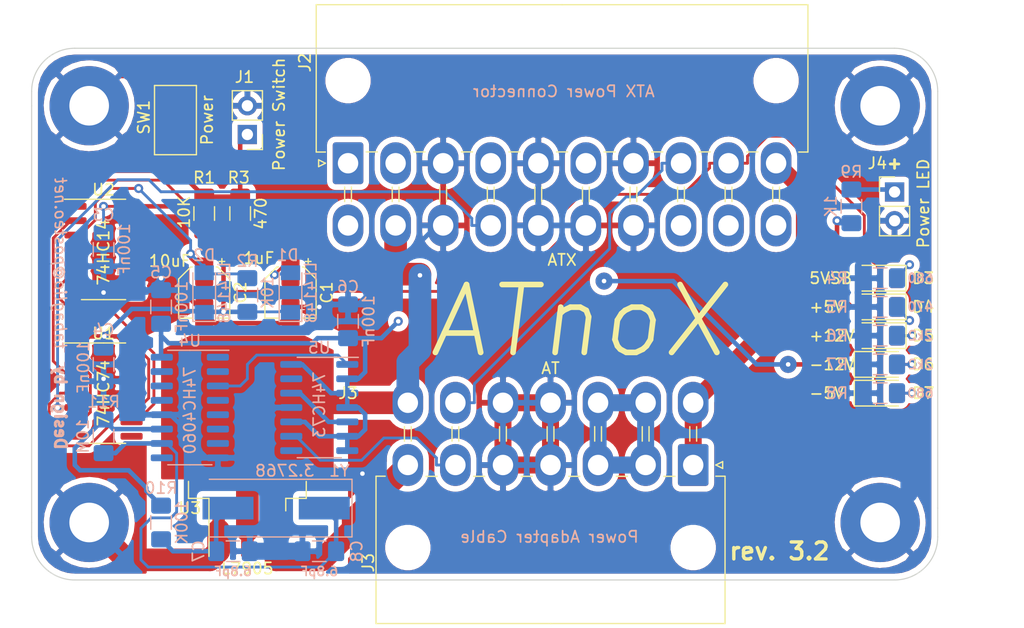
<source format=kicad_pcb>
(kicad_pcb (version 20171130) (host pcbnew 5.1.10-1.fc34)
  (layers (0 F.Cu signal) (1 In1.Cu power) (2 In2.Cu power) (31 B.Cu signal) (34 B.Paste user) (35 F.Paste user) (36 B.SilkS user) (37 F.SilkS user) (38 B.Mask user) (39 F.Mask user) (44 Edge.Cuts user))
  (net 0 "")
  (net 1 GND)
  (net 2 "Net-(C1-Pad1)")
  (net 3 "Net-(C2-Pad1)")
  (net 4 /5VSB)
  (net 5 "Net-(D3-Pad1)")
  (net 6 VCC)
  (net 7 "Net-(D4-Pad1)")
  (net 8 "Net-(D5-Pad1)")
  (net 9 "Net-(D6-Pad2)")
  (net 10 /-12V)
  (net 11 "Net-(D7-Pad2)")
  (net 12 /-5V)
  (net 13 /PWR_SW)
  (net 14 /~PS_ON)
  (net 15 /+12V)
  (net 16 /PWR_OK)
  (net 17 "Net-(U1-Pad2)")
  (net 18 "Net-(U1-Pad4)")
  (net 19 "Net-(U1-Pad3)")
  (net 20 "Net-(U2-Pad4)")
  (net 21 "Net-(J4-Pad1)")
  (net 22 "Net-(C7-Pad1)")
  (net 23 "Net-(C8-Pad1)")
  (net 24 "Net-(R10-Pad1)")
  (net 25 /TICK)
  (net 26 "Net-(U5-Pad12)")
  (net 27 "Net-(U4-Pad3)")
  (module Diode_SMD:D_MiniMELF (layer B.Cu) (at 115.57 88.9 90)
    (fp_text reference D2 (at 3.302 0 180) (layer B.SilkS) (effects (justify mirror)))
    (fp_text value LL4148 (at 0 1.778 90) (layer B.SilkS) (effects (justify mirror)))
    (pad 2 smd rect (at 1.75 0 90) (size 1.3 1.7) (layers B.Cu B.Paste B.Mask) (net 3 "Net-(C2-Pad1)"))
    (pad 1 smd rect (at -1.75 0 90) (size 1.3 1.7) (layers B.Cu B.Paste B.Mask) (net 4 /5VSB))
  )
  (module Diode_SMD:D_MiniMELF (layer B.Cu) (at 123.19 88.9 90)
    (fp_text reference D1 (at 3.302 -0.254 180) (layer B.SilkS) (effects (justify mirror)))
    (fp_text value LL4148 (at 0 1.778 90) (layer B.SilkS) (effects (justify mirror)))
    (pad 2 smd rect (at 1.75 0 90) (size 1.3 1.7) (layers B.Cu B.Paste B.Mask) (net 2 "Net-(C1-Pad1)"))
    (pad 1 smd rect (at -1.75 0 90) (size 1.3 1.7) (layers B.Cu B.Paste B.Mask) (net 4 /5VSB))
  )
  (module Capacitor_SMD:C_1206_3216Metric_Pad1.42x1.75mm_HandSolder (layer B.Cu) (at 118.11 111.76)
    (fp_text reference C7 (at -3.048 0 90) (layer B.SilkS) (effects (justify mirror)))
    (fp_text value 6.8pF (at 0 1.778) (layer B.SilkS) (effects (font (size 0.8 0.8)) (justify mirror)))
    (pad 2 smd roundrect (at 1.4875 0) (size 1.425 1.75) (layers B.Cu B.Paste B.Mask) (roundrect_rratio 0.1754385964912281) (net 1 GND))
    (pad 1 smd roundrect (at -1.4875 0) (size 1.425 1.75) (layers B.Cu B.Paste B.Mask) (roundrect_rratio 0.1754385964912281) (net 22 "Net-(C7-Pad1)"))
  )
  (module Package_SO:SOIC-14_3.9x8.7mm_P1.27mm (layer B.Cu) (at 125.73 99.06 180)
    (fp_text reference U5 (at 0 5.28) (layer B.SilkS) (effects (justify mirror)))
    (fp_text value 74HC73 (at 0 0.254 90) (layer B.SilkS) (effects (justify mirror)))
    (pad 14 smd roundrect (at 2.475 3.81 180) (size 1.95 0.6) (layers B.Cu B.Paste B.Mask) (net 6 VCC))
    (pad 13 smd roundrect (at 2.475 2.54 180) (size 1.95 0.6) (layers B.Cu B.Paste B.Mask))
    (pad 12 smd roundrect (at 2.475 1.27 180) (size 1.95 0.6) (layers B.Cu B.Paste B.Mask) (net 26 "Net-(U5-Pad12)"))
    (pad 11 smd roundrect (at 2.475 0 180) (size 1.95 0.6) (layers B.Cu B.Paste B.Mask) (net 1 GND))
    (pad 10 smd roundrect (at 2.475 -1.27 180) (size 1.95 0.6) (layers B.Cu B.Paste B.Mask) (net 6 VCC))
    (pad 9 smd roundrect (at 2.475 -2.54 180) (size 1.95 0.6) (layers B.Cu B.Paste B.Mask) (net 25 /TICK))
    (pad 8 smd roundrect (at 2.475 -3.81 180) (size 1.95 0.6) (layers B.Cu B.Paste B.Mask))
    (pad 7 smd roundrect (at -2.475 -3.81 180) (size 1.95 0.6) (layers B.Cu B.Paste B.Mask) (net 6 VCC))
    (pad 6 smd roundrect (at -2.475 -2.54 180) (size 1.95 0.6) (layers B.Cu B.Paste B.Mask) (net 6 VCC))
    (pad 5 smd roundrect (at -2.475 -1.27 180) (size 1.95 0.6) (layers B.Cu B.Paste B.Mask) (net 26 "Net-(U5-Pad12)"))
    (pad 4 smd roundrect (at -2.475 0 180) (size 1.95 0.6) (layers B.Cu B.Paste B.Mask) (net 6 VCC))
    (pad 3 smd roundrect (at -2.475 1.27 180) (size 1.95 0.6) (layers B.Cu B.Paste B.Mask) (net 6 VCC))
    (pad 2 smd roundrect (at -2.475 2.54 180) (size 1.95 0.6) (layers B.Cu B.Paste B.Mask) (net 6 VCC))
    (pad 1 smd roundrect (at -2.475 3.81 180) (size 1.95 0.6) (layers B.Cu B.Paste B.Mask) (net 27 "Net-(U4-Pad3)"))
  )
  (module Crystal:Crystal_SMD_HC49-SD (layer B.Cu) (at 121.92 107.95 180)
    (fp_text reference Y1 (at -5.588 3.302 180) (layer B.SilkS) (effects (justify mirror)))
    (fp_text value 3.2768 (at -0.762 3.302 180) (layer B.SilkS) (effects (justify mirror)))
    (pad 2 smd rect (at 4.25 0 180) (size 4.5 2) (layers B.Cu B.Paste B.Mask) (net 22 "Net-(C7-Pad1)"))
    (pad 1 smd rect (at -4.25 0 180) (size 4.5 2) (layers B.Cu B.Paste B.Mask) (net 23 "Net-(C8-Pad1)"))
  )
  (module Package_SO:SOIC-16_3.9x9.9mm_P1.27mm (layer B.Cu) (at 114.3 99.06 180)
    (fp_text reference U4 (at 0 5.9) (layer B.SilkS) (effects (justify mirror)))
    (fp_text value 74HC4060 (at 0 -0.254 90) (layer B.SilkS) (effects (justify mirror)))
    (pad 16 smd roundrect (at 2.475 4.445 180) (size 1.95 0.6) (layers B.Cu B.Paste B.Mask) (net 6 VCC))
    (pad 15 smd roundrect (at 2.475 3.175 180) (size 1.95 0.6) (layers B.Cu B.Paste B.Mask))
    (pad 14 smd roundrect (at 2.475 1.905 180) (size 1.95 0.6) (layers B.Cu B.Paste B.Mask))
    (pad 13 smd roundrect (at 2.475 0.635 180) (size 1.95 0.6) (layers B.Cu B.Paste B.Mask))
    (pad 12 smd roundrect (at 2.475 -0.635 180) (size 1.95 0.6) (layers B.Cu B.Paste B.Mask) (net 1 GND))
    (pad 11 smd roundrect (at 2.475 -1.905 180) (size 1.95 0.6) (layers B.Cu B.Paste B.Mask) (net 24 "Net-(R10-Pad1)"))
    (pad 10 smd roundrect (at 2.475 -3.175 180) (size 1.95 0.6) (layers B.Cu B.Paste B.Mask) (net 23 "Net-(C8-Pad1)"))
    (pad 9 smd roundrect (at 2.475 -4.445 180) (size 1.95 0.6) (layers B.Cu B.Paste B.Mask))
    (pad 8 smd roundrect (at -2.475 -4.445 180) (size 1.95 0.6) (layers B.Cu B.Paste B.Mask) (net 1 GND))
    (pad 7 smd roundrect (at -2.475 -3.175 180) (size 1.95 0.6) (layers B.Cu B.Paste B.Mask))
    (pad 6 smd roundrect (at -2.475 -1.905 180) (size 1.95 0.6) (layers B.Cu B.Paste B.Mask))
    (pad 5 smd roundrect (at -2.475 -0.635 180) (size 1.95 0.6) (layers B.Cu B.Paste B.Mask))
    (pad 4 smd roundrect (at -2.475 0.635 180) (size 1.95 0.6) (layers B.Cu B.Paste B.Mask))
    (pad 3 smd roundrect (at -2.475 1.905 180) (size 1.95 0.6) (layers B.Cu B.Paste B.Mask) (net 27 "Net-(U4-Pad3)"))
    (pad 2 smd roundrect (at -2.475 3.175 180) (size 1.95 0.6) (layers B.Cu B.Paste B.Mask))
    (pad 1 smd roundrect (at -2.475 4.445 180) (size 1.95 0.6) (layers B.Cu B.Paste B.Mask))
  )
  (module Resistor_SMD:R_1206_3216Metric_Pad1.42x1.75mm_HandSolder (layer B.Cu) (at 106.68 101.6 90)
    (fp_text reference R11 (at 3.048 0 180) (layer B.SilkS) (effects (justify mirror)))
    (fp_text value 10M (at 0 -1.82 90) (layer B.SilkS) (effects (justify mirror)))
    (pad 2 smd roundrect (at 1.4875 0 90) (size 1.425 1.75) (layers B.Cu B.Paste B.Mask) (roundrect_rratio 0.1754385964912281) (net 24 "Net-(R10-Pad1)"))
    (pad 1 smd roundrect (at -1.4875 0 90) (size 1.425 1.75) (layers B.Cu B.Paste B.Mask) (roundrect_rratio 0.1754385964912281) (net 23 "Net-(C8-Pad1)"))
  )
  (module Resistor_SMD:R_1206_3216Metric_Pad1.42x1.75mm_HandSolder (layer B.Cu) (at 111.76 109.22 270)
    (fp_text reference R10 (at -3.048 0 180) (layer B.SilkS) (effects (justify mirror)))
    (fp_text value 100K (at 0 -1.82 90) (layer B.SilkS) (effects (justify mirror)))
    (pad 2 smd roundrect (at 1.4875 0 270) (size 1.425 1.75) (layers B.Cu B.Paste B.Mask) (roundrect_rratio 0.1754385964912281) (net 22 "Net-(C7-Pad1)"))
    (pad 1 smd roundrect (at -1.4875 0 270) (size 1.425 1.75) (layers B.Cu B.Paste B.Mask) (roundrect_rratio 0.1754385964912281) (net 24 "Net-(R10-Pad1)"))
  )
  (module Capacitor_SMD:C_1206_3216Metric_Pad1.42x1.75mm_HandSolder (layer B.Cu) (at 125.73 111.76 180)
    (fp_text reference C8 (at -3.302 0 90) (layer B.SilkS) (effects (justify mirror)))
    (fp_text value 6.8pF (at 0 -1.778) (layer B.SilkS) (effects (font (size 0.8 0.8)) (justify mirror)))
    (pad 2 smd roundrect (at 1.4875 0 180) (size 1.425 1.75) (layers B.Cu B.Paste B.Mask) (roundrect_rratio 0.1754385964912281) (net 1 GND))
    (pad 1 smd roundrect (at -1.4875 0 180) (size 1.425 1.75) (layers B.Cu B.Paste B.Mask) (roundrect_rratio 0.1754385964912281) (net 23 "Net-(C8-Pad1)"))
  )
  (module Capacitor_SMD:C_1206_3216Metric_Pad1.42x1.75mm_HandSolder (layer B.Cu) (at 128.27 91.44 270)
    (fp_text reference C6 (at -3.048 0 180) (layer B.SilkS) (effects (justify mirror)))
    (fp_text value 100nF (at 0 -1.82 90) (layer B.SilkS) (effects (justify mirror)))
    (pad 2 smd roundrect (at 1.4875 0 270) (size 1.425 1.75) (layers B.Cu B.Paste B.Mask) (roundrect_rratio 0.1754385964912281) (net 6 VCC))
    (pad 1 smd roundrect (at -1.4875 0 270) (size 1.425 1.75) (layers B.Cu B.Paste B.Mask) (roundrect_rratio 0.1754385964912281) (net 1 GND))
  )
  (module Capacitor_SMD:C_1206_3216Metric_Pad1.42x1.75mm_HandSolder (layer B.Cu) (at 111.76 90.17 270)
    (fp_text reference C5 (at -3.048 0) (layer B.SilkS) (effects (justify mirror)))
    (fp_text value 100nF (at 0 -1.82 90) (layer B.SilkS) (effects (justify mirror)))
    (pad 2 smd roundrect (at 1.4875 0 270) (size 1.425 1.75) (layers B.Cu B.Paste B.Mask) (roundrect_rratio 0.1754385964912281) (net 6 VCC))
    (pad 1 smd roundrect (at -1.4875 0 270) (size 1.425 1.75) (layers B.Cu B.Paste B.Mask) (roundrect_rratio 0.1754385964912281) (net 1 GND))
  )
  (module Connector_Molex:Molex_Mini-Fit_Jr_5569-14A2_2x07_P4.20mm_Horizontal (layer F.Cu) (at 158.75 104.14 180)
    (fp_text reference J3 (at 30.48 6.35) (layer F.SilkS))
    (fp_text value AT (at 12.6 8.55) (layer F.SilkS))
    (fp_text user %R (at 28.702 -8.636 90) (layer F.SilkS))
    (pad "" np_thru_hole circle (at 25.2 -7.3 180) (size 3 3) (drill 3) (layers *.Cu *.Mask))
    (pad "" np_thru_hole circle (at 0 -7.3 180) (size 3 3) (drill 3) (layers *.Cu *.Mask))
    (pad 14 thru_hole oval (at 25.2 5.5 180) (size 2.7 3.7) (drill 1.8) (layers *.Cu *.Mask) (net 10 /-12V))
    (pad 13 thru_hole oval (at 21 5.5 180) (size 2.7 3.7) (drill 1.8) (layers *.Cu *.Mask) (net 16 /PWR_OK))
    (pad 12 thru_hole oval (at 16.8 5.5 180) (size 2.7 3.7) (drill 1.8) (layers *.Cu *.Mask) (net 1 GND))
    (pad 11 thru_hole oval (at 12.6 5.5 180) (size 2.7 3.7) (drill 1.8) (layers *.Cu *.Mask) (net 1 GND))
    (pad 10 thru_hole oval (at 8.4 5.5 180) (size 2.7 3.7) (drill 1.8) (layers *.Cu *.Mask) (net 6 VCC))
    (pad 9 thru_hole oval (at 4.2 5.5 180) (size 2.7 3.7) (drill 1.8) (layers *.Cu *.Mask) (net 6 VCC))
    (pad 8 thru_hole oval (at 0 5.5 180) (size 2.7 3.7) (drill 1.8) (layers *.Cu *.Mask) (net 15 /+12V))
    (pad 7 thru_hole oval (at 25.2 0 180) (size 2.7 3.7) (drill 1.8) (layers *.Cu *.Mask) (net 12 /-5V))
    (pad 6 thru_hole oval (at 21 0 180) (size 2.7 3.7) (drill 1.8) (layers *.Cu *.Mask) (net 25 /TICK))
    (pad 5 thru_hole oval (at 16.8 0 180) (size 2.7 3.7) (drill 1.8) (layers *.Cu *.Mask) (net 1 GND))
    (pad 4 thru_hole oval (at 12.6 0 180) (size 2.7 3.7) (drill 1.8) (layers *.Cu *.Mask) (net 1 GND))
    (pad 3 thru_hole oval (at 8.4 0 180) (size 2.7 3.7) (drill 1.8) (layers *.Cu *.Mask) (net 6 VCC))
    (pad 2 thru_hole oval (at 4.2 0 180) (size 2.7 3.7) (drill 1.8) (layers *.Cu *.Mask) (net 6 VCC))
    (pad 1 thru_hole roundrect (at 0 0 180) (size 2.7 3.7) (drill 1.8) (layers *.Cu *.Mask) (roundrect_rratio 0.09259296296296296) (net 15 /+12V))
  )
  (module Connector_Molex:Molex_Mini-Fit_Jr_5569-20A2_2x10_P4.20mm_Horizontal (layer F.Cu) (at 128.27 77.47)
    (fp_text reference J2 (at -3.81 -8.89 90) (layer F.SilkS))
    (fp_text value ATX (at 18.9 8.55) (layer F.SilkS))
    (pad "" np_thru_hole circle (at 37.8 -7.3) (size 3 3) (drill 3) (layers *.Cu *.Mask))
    (pad "" np_thru_hole circle (at 0 -7.3) (size 3 3) (drill 3) (layers *.Cu *.Mask))
    (pad 20 thru_hole oval (at 37.8 5.5) (size 2.7 3.7) (drill 1.8) (layers *.Cu *.Mask) (net 6 VCC))
    (pad 19 thru_hole oval (at 33.6 5.5) (size 2.7 3.7) (drill 1.8) (layers *.Cu *.Mask) (net 6 VCC))
    (pad 18 thru_hole oval (at 29.4 5.5) (size 2.7 3.7) (drill 1.8) (layers *.Cu *.Mask))
    (pad 17 thru_hole oval (at 25.2 5.5) (size 2.7 3.7) (drill 1.8) (layers *.Cu *.Mask) (net 1 GND))
    (pad 16 thru_hole oval (at 21 5.5) (size 2.7 3.7) (drill 1.8) (layers *.Cu *.Mask) (net 1 GND))
    (pad 15 thru_hole oval (at 16.8 5.5) (size 2.7 3.7) (drill 1.8) (layers *.Cu *.Mask) (net 1 GND))
    (pad 14 thru_hole oval (at 12.6 5.5) (size 2.7 3.7) (drill 1.8) (layers *.Cu *.Mask) (net 14 /~PS_ON))
    (pad 13 thru_hole oval (at 8.4 5.5) (size 2.7 3.7) (drill 1.8) (layers *.Cu *.Mask) (net 1 GND))
    (pad 12 thru_hole oval (at 4.2 5.5) (size 2.7 3.7) (drill 1.8) (layers *.Cu *.Mask) (net 10 /-12V))
    (pad 11 thru_hole oval (at 0 5.5) (size 2.7 3.7) (drill 1.8) (layers *.Cu *.Mask))
    (pad 10 thru_hole oval (at 37.8 0) (size 2.7 3.7) (drill 1.8) (layers *.Cu *.Mask) (net 15 /+12V))
    (pad 9 thru_hole oval (at 33.6 0) (size 2.7 3.7) (drill 1.8) (layers *.Cu *.Mask) (net 4 /5VSB))
    (pad 8 thru_hole oval (at 29.4 0) (size 2.7 3.7) (drill 1.8) (layers *.Cu *.Mask) (net 16 /PWR_OK))
    (pad 7 thru_hole oval (at 25.2 0) (size 2.7 3.7) (drill 1.8) (layers *.Cu *.Mask) (net 1 GND))
    (pad 6 thru_hole oval (at 21 0) (size 2.7 3.7) (drill 1.8) (layers *.Cu *.Mask) (net 6 VCC))
    (pad 5 thru_hole oval (at 16.8 0) (size 2.7 3.7) (drill 1.8) (layers *.Cu *.Mask) (net 1 GND))
    (pad 4 thru_hole oval (at 12.6 0) (size 2.7 3.7) (drill 1.8) (layers *.Cu *.Mask) (net 6 VCC))
    (pad 3 thru_hole oval (at 8.4 0) (size 2.7 3.7) (drill 1.8) (layers *.Cu *.Mask) (net 1 GND))
    (pad 2 thru_hole oval (at 4.2 0) (size 2.7 3.7) (drill 1.8) (layers *.Cu *.Mask))
    (pad 1 thru_hole roundrect (at 0 0) (size 2.7 3.7) (drill 1.8) (layers *.Cu *.Mask) (roundrect_rratio 0.09259296296296296))
  )
  (module Resistor_SMD:R_1206_3216Metric_Pad1.42x1.75mm_HandSolder (layer B.Cu) (at 172.72 81.28 90)
    (fp_text reference R9 (at 3.048 0) (layer B.SilkS) (effects (justify mirror)))
    (fp_text value 1K (at 0 -1.82 270) (layer B.SilkS) (effects (justify mirror)))
    (pad 2 smd roundrect (at 1.4875 0 90) (size 1.425 1.75) (layers B.Cu B.Paste B.Mask) (roundrect_rratio 0.1754385964912281) (net 21 "Net-(J4-Pad1)"))
    (pad 1 smd roundrect (at -1.4875 0 90) (size 1.425 1.75) (layers B.Cu B.Paste B.Mask) (roundrect_rratio 0.1754385964912281) (net 6 VCC))
  )
  (module Connector_PinHeader_2.54mm:PinHeader_1x02_P2.54mm_Vertical (layer F.Cu) (at 176.53 80.01)
    (fp_text reference J4 (at -1.524 -2.54) (layer F.SilkS))
    (fp_text value "Power LED" (at 2.54 1.016 270) (layer F.SilkS))
    (pad 2 thru_hole oval (at 0 2.54) (size 1.7 1.7) (drill 1) (layers *.Cu *.Mask) (net 1 GND))
    (pad 1 thru_hole rect (at 0 0) (size 1.7 1.7) (drill 1) (layers *.Cu *.Mask) (net 21 "Net-(J4-Pad1)"))
  )
  (module Capacitor_SMD:CP_Elec_4x5.3 (layer F.Cu) (at 115.57 88.9 270)
    (fp_text reference C2 (at 0 -3.2 90) (layer F.SilkS))
    (fp_text value 10uF (at -2.794 3.048 180) (layer F.SilkS))
    (pad 2 smd roundrect (at 1.8 0 270) (size 2.6 1.6) (layers F.Cu F.Paste F.Mask) (roundrect_rratio 0.15625) (net 1 GND))
    (pad 1 smd roundrect (at -1.8 0 270) (size 2.6 1.6) (layers F.Cu F.Paste F.Mask) (roundrect_rratio 0.15625) (net 3 "Net-(C2-Pad1)"))
  )
  (module Capacitor_SMD:CP_Elec_4x5.3 (layer F.Cu) (at 123.19 88.9 270)
    (fp_text reference C1 (at 0 -3.2 90) (layer F.SilkS))
    (fp_text value 1uF (at -3.048 2.794 180) (layer F.SilkS))
    (pad 2 smd roundrect (at 1.8 0 270) (size 2.6 1.6) (layers F.Cu F.Paste F.Mask) (roundrect_rratio 0.15625) (net 1 GND))
    (pad 1 smd roundrect (at -1.8 0 270) (size 2.6 1.6) (layers F.Cu F.Paste F.Mask) (roundrect_rratio 0.15625) (net 2 "Net-(C1-Pad1)"))
  )
  (module Package_TO_SOT_SMD:TO-263-3_TabPin2 (layer F.Cu) (at 119.38 104.14 90)
    (fp_text reference U3 (at -3.81 -5.08) (layer F.SilkS))
    (fp_text value L7905 (at -9.144 0 180) (layer F.SilkS))
    (pad 2 smd rect (at 3.375 0 90) (size 9.4 10.8) (layers F.Cu F.Mask) (net 10 /-12V))
    (pad 3 smd rect (at -5.775 2.54 90) (size 4.6 1.1) (layers F.Cu F.Paste F.Mask) (net 12 /-5V))
    (pad 2 smd rect (at -5.775 0 90) (size 4.6 1.1) (layers F.Cu F.Paste F.Mask) (net 10 /-12V))
    (pad 1 smd rect (at -5.775 -2.54 90) (size 4.6 1.1) (layers F.Cu F.Paste F.Mask) (net 1 GND))
  )
  (module Package_SO:SOIC-14_3.9x8.7mm_P1.27mm (layer F.Cu) (at 106.68 85.09)
    (fp_text reference U2 (at 0 -5.28) (layer F.SilkS))
    (fp_text value 74HC14 (at 0 0.254 90) (layer F.SilkS))
    (pad 14 smd roundrect (at 2.475 -3.81) (size 1.95 0.6) (layers F.Cu F.Paste F.Mask) (net 4 /5VSB))
    (pad 13 smd roundrect (at 2.475 -2.54) (size 1.95 0.6) (layers F.Cu F.Paste F.Mask) (net 1 GND))
    (pad 12 smd roundrect (at 2.475 -1.27) (size 1.95 0.6) (layers F.Cu F.Paste F.Mask))
    (pad 11 smd roundrect (at 2.475 0) (size 1.95 0.6) (layers F.Cu F.Paste F.Mask) (net 1 GND))
    (pad 10 smd roundrect (at 2.475 1.27) (size 1.95 0.6) (layers F.Cu F.Paste F.Mask))
    (pad 9 smd roundrect (at 2.475 2.54) (size 1.95 0.6) (layers F.Cu F.Paste F.Mask) (net 1 GND))
    (pad 8 smd roundrect (at 2.475 3.81) (size 1.95 0.6) (layers F.Cu F.Paste F.Mask))
    (pad 7 smd roundrect (at -2.475 3.81) (size 1.95 0.6) (layers F.Cu F.Paste F.Mask) (net 1 GND))
    (pad 6 smd roundrect (at -2.475 2.54) (size 1.95 0.6) (layers F.Cu F.Paste F.Mask) (net 18 "Net-(U1-Pad4)"))
    (pad 5 smd roundrect (at -2.475 1.27) (size 1.95 0.6) (layers F.Cu F.Paste F.Mask) (net 20 "Net-(U2-Pad4)"))
    (pad 4 smd roundrect (at -2.475 0) (size 1.95 0.6) (layers F.Cu F.Paste F.Mask) (net 20 "Net-(U2-Pad4)"))
    (pad 3 smd roundrect (at -2.475 -1.27) (size 1.95 0.6) (layers F.Cu F.Paste F.Mask) (net 3 "Net-(C2-Pad1)"))
    (pad 2 smd roundrect (at -2.475 -2.54) (size 1.95 0.6) (layers F.Cu F.Paste F.Mask) (net 19 "Net-(U1-Pad3)"))
    (pad 1 smd roundrect (at -2.475 -3.81) (size 1.95 0.6) (layers F.Cu F.Paste F.Mask) (net 2 "Net-(C1-Pad1)"))
  )
  (module Package_SO:SOIC-14_3.9x8.7mm_P1.27mm (layer F.Cu) (at 106.68 97.79)
    (fp_text reference U1 (at 0 -5.28) (layer F.SilkS))
    (fp_text value 74HC74 (at 0 0 90) (layer F.SilkS))
    (pad 14 smd roundrect (at 2.475 -3.81) (size 1.95 0.6) (layers F.Cu F.Paste F.Mask) (net 4 /5VSB))
    (pad 13 smd roundrect (at 2.475 -2.54) (size 1.95 0.6) (layers F.Cu F.Paste F.Mask) (net 1 GND))
    (pad 12 smd roundrect (at 2.475 -1.27) (size 1.95 0.6) (layers F.Cu F.Paste F.Mask) (net 1 GND))
    (pad 11 smd roundrect (at 2.475 0) (size 1.95 0.6) (layers F.Cu F.Paste F.Mask) (net 1 GND))
    (pad 10 smd roundrect (at 2.475 1.27) (size 1.95 0.6) (layers F.Cu F.Paste F.Mask) (net 4 /5VSB))
    (pad 9 smd roundrect (at 2.475 2.54) (size 1.95 0.6) (layers F.Cu F.Paste F.Mask))
    (pad 8 smd roundrect (at 2.475 3.81) (size 1.95 0.6) (layers F.Cu F.Paste F.Mask))
    (pad 7 smd roundrect (at -2.475 3.81) (size 1.95 0.6) (layers F.Cu F.Paste F.Mask) (net 1 GND))
    (pad 6 smd roundrect (at -2.475 2.54) (size 1.95 0.6) (layers F.Cu F.Paste F.Mask) (net 17 "Net-(U1-Pad2)"))
    (pad 5 smd roundrect (at -2.475 1.27) (size 1.95 0.6) (layers F.Cu F.Paste F.Mask) (net 14 /~PS_ON))
    (pad 4 smd roundrect (at -2.475 0) (size 1.95 0.6) (layers F.Cu F.Paste F.Mask) (net 18 "Net-(U1-Pad4)"))
    (pad 3 smd roundrect (at -2.475 -1.27) (size 1.95 0.6) (layers F.Cu F.Paste F.Mask) (net 19 "Net-(U1-Pad3)"))
    (pad 2 smd roundrect (at -2.475 -2.54) (size 1.95 0.6) (layers F.Cu F.Paste F.Mask) (net 17 "Net-(U1-Pad2)"))
    (pad 1 smd roundrect (at -2.475 -3.81) (size 1.95 0.6) (layers F.Cu F.Paste F.Mask) (net 4 /5VSB))
  )
  (module Button_Switch_SMD:SW_SPST_CK_RS282G05A3 (layer F.Cu) (at 113.03 73.66 270)
    (fp_text reference SW1 (at -0.254 2.794 90) (layer F.SilkS))
    (fp_text value Power (at 0 -2.794 90) (layer F.SilkS))
    (pad 2 smd rect (at 3.9 0 270) (size 1.5 1.5) (layers F.Cu F.Paste F.Mask) (net 13 /PWR_SW))
    (pad 1 smd rect (at -3.9 0 270) (size 1.5 1.5) (layers F.Cu F.Paste F.Mask) (net 1 GND))
  )
  (module Resistor_SMD:R_1206_3216Metric_Pad1.42x1.75mm_HandSolder (layer B.Cu) (at 175.26 97.79)
    (fp_text reference R8 (at -3.81 0) (layer B.SilkS) (effects (justify mirror)))
    (fp_text value 680 (at 3.556 0) (layer B.SilkS) (effects (font (size 0.8 0.8)) (justify mirror)))
    (pad 2 smd roundrect (at 1.4875 0) (size 1.425 1.75) (layers B.Cu B.Paste B.Mask) (roundrect_rratio 0.1754385964912281) (net 11 "Net-(D7-Pad2)"))
    (pad 1 smd roundrect (at -1.4875 0) (size 1.425 1.75) (layers B.Cu B.Paste B.Mask) (roundrect_rratio 0.1754385964912281) (net 1 GND))
  )
  (module Resistor_SMD:R_1206_3216Metric_Pad1.42x1.75mm_HandSolder (layer B.Cu) (at 175.26 95.25)
    (fp_text reference R7 (at -3.81 0) (layer B.SilkS) (effects (justify mirror)))
    (fp_text value 2k2 (at 3.556 0) (layer B.SilkS) (effects (font (size 0.8 0.8)) (justify mirror)))
    (pad 2 smd roundrect (at 1.4875 0) (size 1.425 1.75) (layers B.Cu B.Paste B.Mask) (roundrect_rratio 0.1754385964912281) (net 9 "Net-(D6-Pad2)"))
    (pad 1 smd roundrect (at -1.4875 0) (size 1.425 1.75) (layers B.Cu B.Paste B.Mask) (roundrect_rratio 0.1754385964912281) (net 1 GND))
  )
  (module Resistor_SMD:R_1206_3216Metric_Pad1.42x1.75mm_HandSolder (layer B.Cu) (at 175.26 92.71)
    (fp_text reference R6 (at -3.81 0) (layer B.SilkS) (effects (justify mirror)))
    (fp_text value 2k2 (at 3.556 0) (layer B.SilkS) (effects (font (size 0.8 0.8)) (justify mirror)))
    (pad 2 smd roundrect (at 1.4875 0) (size 1.425 1.75) (layers B.Cu B.Paste B.Mask) (roundrect_rratio 0.1754385964912281) (net 8 "Net-(D5-Pad1)"))
    (pad 1 smd roundrect (at -1.4875 0) (size 1.425 1.75) (layers B.Cu B.Paste B.Mask) (roundrect_rratio 0.1754385964912281) (net 1 GND))
  )
  (module Resistor_SMD:R_1206_3216Metric_Pad1.42x1.75mm_HandSolder (layer B.Cu) (at 175.26 90.17)
    (fp_text reference R5 (at -3.81 0) (layer B.SilkS) (effects (justify mirror)))
    (fp_text value 470 (at 3.556 0) (layer B.SilkS) (effects (font (size 0.8 0.8)) (justify mirror)))
    (pad 2 smd roundrect (at 1.4875 0) (size 1.425 1.75) (layers B.Cu B.Paste B.Mask) (roundrect_rratio 0.1754385964912281) (net 7 "Net-(D4-Pad1)"))
    (pad 1 smd roundrect (at -1.4875 0) (size 1.425 1.75) (layers B.Cu B.Paste B.Mask) (roundrect_rratio 0.1754385964912281) (net 1 GND))
  )
  (module Resistor_SMD:R_1206_3216Metric_Pad1.42x1.75mm_HandSolder (layer B.Cu) (at 175.26 87.63)
    (fp_text reference R4 (at -3.81 0) (layer B.SilkS) (effects (justify mirror)))
    (fp_text value 680 (at 3.556 0) (layer B.SilkS) (effects (font (size 0.8 0.8)) (justify mirror)))
    (pad 2 smd roundrect (at 1.4875 0) (size 1.425 1.75) (layers B.Cu B.Paste B.Mask) (roundrect_rratio 0.1754385964912281) (net 5 "Net-(D3-Pad1)"))
    (pad 1 smd roundrect (at -1.4875 0) (size 1.425 1.75) (layers B.Cu B.Paste B.Mask) (roundrect_rratio 0.1754385964912281) (net 1 GND))
  )
  (module Resistor_SMD:R_1206_3216Metric_Pad1.42x1.75mm_HandSolder (layer F.Cu) (at 118.745 81.915 90)
    (fp_text reference R3 (at 3.175 -0.127) (layer F.SilkS))
    (fp_text value 470 (at 0 1.82 270) (layer F.SilkS))
    (pad 2 smd roundrect (at 1.4875 0 90) (size 1.425 1.75) (layers F.Cu F.Paste F.Mask) (roundrect_rratio 0.1754385964912281) (net 13 /PWR_SW))
    (pad 1 smd roundrect (at -1.4875 0 90) (size 1.425 1.75) (layers F.Cu F.Paste F.Mask) (roundrect_rratio 0.1754385964912281) (net 2 "Net-(C1-Pad1)"))
  )
  (module Resistor_SMD:R_1206_3216Metric_Pad1.42x1.75mm_HandSolder (layer B.Cu) (at 119.38 89.1175 90)
    (fp_text reference R2 (at 3.0115 0 180) (layer B.SilkS) (effects (justify mirror)))
    (fp_text value 10K (at 0.2175 1.778 90) (layer B.SilkS) (effects (justify mirror)))
    (pad 2 smd roundrect (at 1.4875 0 90) (size 1.425 1.75) (layers B.Cu B.Paste B.Mask) (roundrect_rratio 0.1754385964912281) (net 3 "Net-(C2-Pad1)"))
    (pad 1 smd roundrect (at -1.4875 0 90) (size 1.425 1.75) (layers B.Cu B.Paste B.Mask) (roundrect_rratio 0.1754385964912281) (net 4 /5VSB))
  )
  (module Resistor_SMD:R_1206_3216Metric_Pad1.42x1.75mm_HandSolder (layer F.Cu) (at 115.57 81.915 90)
    (fp_text reference R1 (at 3.175 0 180) (layer F.SilkS))
    (fp_text value 10K (at 0.127 -1.778 90) (layer F.SilkS))
    (pad 2 smd roundrect (at 1.4875 0 90) (size 1.425 1.75) (layers F.Cu F.Paste F.Mask) (roundrect_rratio 0.1754385964912281) (net 13 /PWR_SW))
    (pad 1 smd roundrect (at -1.4875 0 90) (size 1.425 1.75) (layers F.Cu F.Paste F.Mask) (roundrect_rratio 0.1754385964912281) (net 4 /5VSB))
  )
  (module Connector_PinHeader_2.54mm:PinHeader_1x02_P2.54mm_Vertical (layer F.Cu) (at 119.38 74.93 180)
    (fp_text reference J1 (at 0.254 5.08 180) (layer F.SilkS))
    (fp_text value "Power Switch" (at -2.794 1.778 90) (layer F.SilkS))
    (pad 2 thru_hole oval (at 0 2.54 180) (size 1.7 1.7) (drill 1) (layers *.Cu *.Mask) (net 1 GND))
    (pad 1 thru_hole rect (at 0 0 180) (size 1.7 1.7) (drill 1) (layers *.Cu *.Mask) (net 13 /PWR_SW))
  )
  (module MountingHole:MountingHole_3.5mm_Pad (layer F.Cu) (at 175.26 109.22)
    (fp_text reference H4 hide)
    (fp_text value MountingHole_Pad)
    (pad 1 thru_hole circle (at 0 0) (size 7 7) (drill 3.5) (layers *.Cu *.Mask) (net 1 GND))
  )
  (module MountingHole:MountingHole_3.5mm_Pad (layer F.Cu) (at 105.41 109.22)
    (fp_text reference H3 hide)
    (fp_text value MountingHole_Pad)
    (pad 1 thru_hole circle (at 0 0) (size 7 7) (drill 3.5) (layers *.Cu *.Mask) (net 1 GND))
  )
  (module MountingHole:MountingHole_3.5mm_Pad (layer F.Cu) (at 175.26 72.39)
    (fp_text reference H2 hide)
    (fp_text value MountingHole_Pad)
    (pad 1 thru_hole circle (at 0 0) (size 7 7) (drill 3.5) (layers *.Cu *.Mask) (net 1 GND))
  )
  (module MountingHole:MountingHole_3.5mm_Pad (layer F.Cu) (at 105.41 72.39)
    (fp_text reference H1 hide)
    (fp_text value MountingHole_Pad)
    (pad 1 thru_hole circle (at 0 0) (size 7 7) (drill 3.5) (layers *.Cu *.Mask) (net 1 GND))
  )
  (module LED_SMD:LED_1206_3216Metric (layer F.Cu) (at 175.26 97.79)
    (fp_text reference D7 (at 3.81 0) (layer F.SilkS))
    (fp_text value -5V)
    (pad 2 smd roundrect (at 1.4 0) (size 1.25 1.75) (layers F.Cu F.Paste F.Mask) (roundrect_rratio 0.2) (net 11 "Net-(D7-Pad2)"))
    (pad 1 smd roundrect (at -1.4 0) (size 1.25 1.75) (layers F.Cu F.Paste F.Mask) (roundrect_rratio 0.2) (net 12 /-5V))
  )
  (module LED_SMD:LED_1206_3216Metric (layer F.Cu) (at 175.26 95.25)
    (fp_text reference D6 (at 3.81 0) (layer F.SilkS))
    (fp_text value -12V)
    (pad 2 smd roundrect (at 1.4 0) (size 1.25 1.75) (layers F.Cu F.Paste F.Mask) (roundrect_rratio 0.2) (net 9 "Net-(D6-Pad2)"))
    (pad 1 smd roundrect (at -1.4 0) (size 1.25 1.75) (layers F.Cu F.Paste F.Mask) (roundrect_rratio 0.2) (net 10 /-12V))
  )
  (module LED_SMD:LED_1206_3216Metric (layer F.Cu) (at 175.26 92.71 180)
    (fp_text reference D5 (at -3.81 0) (layer F.SilkS))
    (fp_text value +12V)
    (pad 2 smd roundrect (at 1.4 0 180) (size 1.25 1.75) (layers F.Cu F.Paste F.Mask) (roundrect_rratio 0.2) (net 15 /+12V))
    (pad 1 smd roundrect (at -1.4 0 180) (size 1.25 1.75) (layers F.Cu F.Paste F.Mask) (roundrect_rratio 0.2) (net 8 "Net-(D5-Pad1)"))
  )
  (module LED_SMD:LED_1206_3216Metric (layer F.Cu) (at 175.26 90.17 180)
    (fp_text reference D4 (at -3.81 0) (layer F.SilkS))
    (fp_text value +5V)
    (pad 2 smd roundrect (at 1.4 0 180) (size 1.25 1.75) (layers F.Cu F.Paste F.Mask) (roundrect_rratio 0.2) (net 6 VCC))
    (pad 1 smd roundrect (at -1.4 0 180) (size 1.25 1.75) (layers F.Cu F.Paste F.Mask) (roundrect_rratio 0.2) (net 7 "Net-(D4-Pad1)"))
  )
  (module LED_SMD:LED_1206_3216Metric (layer F.Cu) (at 175.26 87.63 180)
    (fp_text reference D3 (at -3.81 0) (layer F.SilkS))
    (fp_text value 5VSB)
    (pad 2 smd roundrect (at 1.4 0 180) (size 1.25 1.75) (layers F.Cu F.Paste F.Mask) (roundrect_rratio 0.2) (net 4 /5VSB))
    (pad 1 smd roundrect (at -1.4 0 180) (size 1.25 1.75) (layers F.Cu F.Paste F.Mask) (roundrect_rratio 0.2) (net 5 "Net-(D3-Pad1)"))
  )
  (module Capacitor_SMD:C_1206_3216Metric_Pad1.42x1.75mm_HandSolder (layer B.Cu) (at 106.68 95.25 270)
    (fp_text reference C4 (at -3.048 0) (layer B.SilkS) (effects (justify mirror)))
    (fp_text value 100nF (at 0.254 1.778 270) (layer B.SilkS) (effects (justify mirror)))
    (pad 2 smd roundrect (at 1.4875 0 270) (size 1.425 1.75) (layers B.Cu B.Paste B.Mask) (roundrect_rratio 0.1754385964912281) (net 1 GND))
    (pad 1 smd roundrect (at -1.4875 0 270) (size 1.425 1.75) (layers B.Cu B.Paste B.Mask) (roundrect_rratio 0.1754385964912281) (net 4 /5VSB))
  )
  (module Capacitor_SMD:C_1206_3216Metric_Pad1.42x1.75mm_HandSolder (layer B.Cu) (at 106.68 85.09 270)
    (fp_text reference C3 (at -3.048 0) (layer B.SilkS) (effects (justify mirror)))
    (fp_text value 100nF (at 0 -1.82 270) (layer B.SilkS) (effects (justify mirror)))
    (pad 2 smd roundrect (at 1.4875 0 270) (size 1.425 1.75) (layers B.Cu B.Paste B.Mask) (roundrect_rratio 0.1754385964912281) (net 1 GND))
    (pad 1 smd roundrect (at -1.4875 0 270) (size 1.425 1.75) (layers B.Cu B.Paste B.Mask) (roundrect_rratio 0.1754385964912281) (net 4 /5VSB))
  )
  (gr_arc (start 176.53 71.12) (end 180.34 71.12) (angle -90) (layer Edge.Cuts) (width 0.1))
  (gr_arc (start 176.53 110.49) (end 176.53 114.3) (angle -90) (layer Edge.Cuts) (width 0.1))
  (gr_arc (start 104.14 110.49) (end 100.33 110.49) (angle -90) (layer Edge.Cuts) (width 0.1))
  (gr_arc (start 104.14 71.12) (end 104.14 67.31) (angle -90) (layer Edge.Cuts) (width 0.1))
  (gr_text + (at 176.53 77.47) (layer F.SilkS) (effects (font (size 1 1) (thickness 0.25))))
  (gr_text "rev. 3.2" (at 166.37 111.76) (layer F.SilkS) (effects (font (size 1.5 1.5) (thickness 0.3))))
  (gr_text tabaglio@posteo.net (at 102.87 86.36 270) (layer B.SilkS) (effects (font (size 1 1) (thickness 0.15) italic) (justify mirror)))
  (gr_text "Design by" (at 102.87 99.06 270) (layer B.SilkS) (effects (font (size 1 1) (thickness 0.25)) (justify mirror)))
  (gr_text ATnoX (at 148.59 91.44) (layer F.SilkS) (effects (font (size 6 6) (thickness 0.5) italic)))
  (gr_text -5V (at 168.91 97.79) (layer F.SilkS) (effects (font (size 1 1)) (justify left)))
  (gr_text -12V (at 168.91 95.25) (layer F.SilkS) (effects (font (size 1 1)) (justify left)))
  (gr_text +12V (at 168.91 92.71) (layer F.SilkS) (effects (font (size 1 1)) (justify left)))
  (gr_text +5V (at 168.91 90.17) (layer F.SilkS) (effects (font (size 1 1)) (justify left)))
  (gr_text 5VSB (at 168.91 87.63) (layer F.SilkS) (effects (font (size 1 1)) (justify left)))
  (gr_text "ATX Power Connector" (at 147.32 71.12) (layer B.SilkS) (effects (font (size 1 1)) (justify mirror)))
  (gr_text "Power Adapter Cable" (at 146.05 110.49) (layer B.SilkS) (effects (font (size 1 1)) (justify mirror)))
  (gr_line (start 180.34 107.95) (end 180.34 110.49) (layer Edge.Cuts) (width 0.1))
  (gr_line (start 180.34 71.12) (end 180.34 107.95) (layer Edge.Cuts) (width 0.1))
  (gr_line (start 104.14 114.3) (end 176.53 114.3) (layer Edge.Cuts) (width 0.1))
  (gr_line (start 104.14 67.31) (end 176.53 67.31) (layer Edge.Cuts) (width 0.1))
  (gr_line (start 100.33 109.22) (end 100.33 110.49) (layer Edge.Cuts) (width 0.1))
  (gr_line (start 100.33 72.39) (end 100.33 71.12) (layer Edge.Cuts) (width 0.1))
  (gr_line (start 100.33 72.39) (end 100.33 109.22) (layer Edge.Cuts) (width 0.1))
  (segment (start 116.775 103.505) (end 117.75 103.505) (width 0.4) (layer B.Cu) (net 1))
  (segment (start 106.68 96.7375) (end 106.68 96.52) (width 0.4) (layer B.Cu) (net 1))
  (segment (start 106.68 87.8786) (end 106.68 88.9) (width 0.4) (layer B.Cu) (net 1))
  (segment (start 106.68 86.5775) (end 106.68 87.8786) (width 0.4) (layer B.Cu) (net 1))
  (segment (start 124.242 111.76) (end 124.2425 111.76) (width 1.5) (layer B.Cu) (net 1))
  (segment (start 173.772 97.79) (end 173.772 98.8425) (width 1.5) (layer B.Cu) (net 1))
  (segment (start 173.772 98.8425) (end 177.8 102.87) (width 1.5) (layer B.Cu) (net 1))
  (segment (start 177.8 102.87) (end 177.8 106.68) (width 1.5) (layer B.Cu) (net 1))
  (segment (start 177.8 106.68) (end 175.26 109.22) (width 1.5) (layer B.Cu) (net 1))
  (segment (start 173.772 96.3025) (end 173.772 97.79) (width 1.5) (layer B.Cu) (net 1))
  (segment (start 173.7725 97.79) (end 173.772 97.79) (width 1.5) (layer B.Cu) (net 1))
  (segment (start 173.7725 95.25) (end 173.772 95.25) (width 1.5) (layer B.Cu) (net 1))
  (segment (start 173.772 92.71) (end 173.772 88.9) (width 1.5) (layer B.Cu) (net 1))
  (segment (start 173.772 95.25) (end 173.772 92.71) (width 1.5) (layer B.Cu) (net 1))
  (segment (start 173.7725 92.71) (end 173.772 92.71) (width 1.5) (layer B.Cu) (net 1))
  (segment (start 173.772 88.9) (end 173.772 86.5775) (width 1.5) (layer B.Cu) (net 1))
  (segment (start 173.7725 88.9) (end 173.7725 90.17) (width 1.5) (layer B.Cu) (net 1))
  (segment (start 173.7725 87.63) (end 173.7725 88.9) (width 1.5) (layer B.Cu) (net 1))
  (segment (start 173.7725 88.9) (end 173.772 88.9) (width 1.5) (layer B.Cu) (net 1))
  (segment (start 141.95 104.14) (end 141.95 98.64) (width 1.5) (layer F.Cu) (net 1))
  (segment (start 146.15 104.14) (end 141.95 104.14) (width 1.5) (layer F.Cu) (net 1))
  (segment (start 146.15 98.64) (end 146.15 104.14) (width 1.5) (layer F.Cu) (net 1))
  (segment (start 173.772 95.25) (end 173.772 96.3025) (width 1.5) (layer B.Cu) (net 1))
  (segment (start 109.155 96.52) (end 109.155 97.79) (width 0.4) (layer F.Cu) (net 1))
  (segment (start 109.155 95.25) (end 109.155 96.52) (width 0.4) (layer F.Cu) (net 1))
  (segment (start 141.95 98.64) (end 146.15 98.64) (width 1.5) (layer F.Cu) (net 1))
  (segment (start 113.03 85.09) (end 109.155 85.09) (width 0.4) (layer F.Cu) (net 1))
  (segment (start 109.155 82.55) (end 113.03 82.55) (width 0.4) (layer F.Cu) (net 1))
  (segment (start 113.03 82.55) (end 113.03 85.09) (width 0.4) (layer F.Cu) (net 1))
  (segment (start 113.03 87.63) (end 111.76 87.63) (width 0.4) (layer F.Cu) (net 1))
  (segment (start 113.03 85.09) (end 113.03 87.63) (width 0.4) (layer F.Cu) (net 1))
  (segment (start 111.76 87.63) (end 109.155 87.63) (width 0.4) (layer F.Cu) (net 1))
  (segment (start 128.27 89.9525) (end 129.145 89.9525) (width 0.4) (layer B.Cu) (net 1))
  (segment (start 129.145 89.9525) (end 136.128 82.97) (width 0.4) (layer B.Cu) (net 1))
  (segment (start 136.128 82.97) (end 136.67 82.97) (width 0.4) (layer B.Cu) (net 1))
  (segment (start 125.73 90.17) (end 123.72 90.17) (width 0.4) (layer F.Cu) (net 1))
  (segment (start 123.72 90.17) (end 123.19 90.7) (width 0.4) (layer F.Cu) (net 1))
  (segment (start 128.27 89.9525) (end 125.948 89.9525) (width 0.4) (layer B.Cu) (net 1))
  (segment (start 125.948 89.9525) (end 125.73 90.17) (width 0.4) (layer B.Cu) (net 1))
  (segment (start 115.57 90.7) (end 116.475 91.605) (width 0.4) (layer F.Cu) (net 1))
  (segment (start 116.475 91.605) (end 122.285 91.605) (width 0.4) (layer F.Cu) (net 1))
  (segment (start 122.285 91.605) (end 123.19 90.7) (width 0.4) (layer F.Cu) (net 1))
  (segment (start 115.57 90.7) (end 113.03 88.16) (width 0.4) (layer F.Cu) (net 1))
  (segment (start 113.03 88.16) (end 113.03 87.63) (width 0.4) (layer F.Cu) (net 1))
  (segment (start 113.03 69.76) (end 108.04 69.76) (width 0.4) (layer F.Cu) (net 1))
  (segment (start 108.04 69.76) (end 105.41 72.39) (width 0.4) (layer F.Cu) (net 1))
  (segment (start 104.205 101.6) (end 105.18 101.6) (width 0.4) (layer F.Cu) (net 1))
  (segment (start 105.18 101.6) (end 106.68 100.1) (width 0.4) (layer F.Cu) (net 1))
  (segment (start 106.68 100.1) (end 106.68 96.52) (width 0.4) (layer F.Cu) (net 1))
  (segment (start 106.68 96.52) (end 106.68 95.25) (width 0.4) (layer F.Cu) (net 1))
  (segment (start 106.68 95.25) (end 109.155 95.25) (width 0.4) (layer F.Cu) (net 1))
  (segment (start 116.775 103.505) (end 115.8 103.505) (width 0.4) (layer B.Cu) (net 1))
  (segment (start 115.8 103.505) (end 113.4 101.105) (width 0.4) (layer B.Cu) (net 1))
  (segment (start 113.4 101.105) (end 113.4 100.504) (width 0.4) (layer B.Cu) (net 1))
  (segment (start 113.4 100.504) (end 112.591 99.695) (width 0.4) (layer B.Cu) (net 1))
  (segment (start 112.591 99.695) (end 111.825 99.695) (width 0.4) (layer B.Cu) (net 1))
  (segment (start 111.76 87.63) (end 111.76 88.6825) (width 0.4) (layer B.Cu) (net 1))
  (segment (start 106.68 88.9) (end 107.95 87.63) (width 0.4) (layer F.Cu) (net 1))
  (segment (start 107.95 87.63) (end 109.155 87.63) (width 0.4) (layer F.Cu) (net 1))
  (segment (start 106.68 88.9) (end 104.205 88.9) (width 0.4) (layer F.Cu) (net 1))
  (segment (start 176.53 82.55) (end 177.732 82.55) (width 0.4) (layer B.Cu) (net 1))
  (segment (start 177.732 82.55) (end 177.98 82.3021) (width 0.4) (layer B.Cu) (net 1))
  (segment (start 177.98 82.3021) (end 177.98 73.84) (width 0.4) (layer B.Cu) (net 1))
  (segment (start 177.98 73.84) (end 176.53 72.39) (width 0.4) (layer B.Cu) (net 1))
  (segment (start 176.53 72.39) (end 175.26 72.39) (width 0.4) (layer B.Cu) (net 1))
  (segment (start 173.772 96.3025) (end 173.772 95.25) (width 1.5) (layer B.Cu) (net 1))
  (via (at 125.73 90.17) (size 0.8) (layers F.Cu B.Cu) (net 1))
  (via (at 106.68 96.52) (size 0.8) (layers F.Cu B.Cu) (net 1))
  (via (at 111.76 87.63) (size 0.8) (layers F.Cu B.Cu) (net 1))
  (via (at 106.68 88.9) (size 0.8) (layers F.Cu B.Cu) (net 1))
  (segment (start 118.745 103.505) (end 118.745 102.235) (width 0.4) (layer B.Cu) (net 1))
  (segment (start 116.775 103.505) (end 118.745 103.505) (width 0.4) (layer B.Cu) (net 1))
  (segment (start 118.745 102.235) (end 121.92 99.06) (width 0.4) (layer B.Cu) (net 1))
  (segment (start 121.92 99.06) (end 123.255 99.06) (width 0.4) (layer B.Cu) (net 1))
  (segment (start 120.2856 103.505) (end 118.745 103.505) (width 0.4) (layer B.Cu) (net 1))
  (segment (start 121.92 105.1394) (end 120.2856 103.505) (width 0.4) (layer B.Cu) (net 1))
  (segment (start 119.5975 111.76) (end 121.92 111.76) (width 1.5) (layer B.Cu) (net 1))
  (segment (start 121.92 111.76) (end 124.2425 111.76) (width 1.5) (layer B.Cu) (net 1))
  (segment (start 105.20499 90.37501) (end 106.68 88.9) (width 0.4) (layer B.Cu) (net 1))
  (segment (start 105.20499 95.26249) (end 105.20499 90.37501) (width 0.4) (layer B.Cu) (net 1))
  (segment (start 106.68 96.7375) (end 105.20499 95.26249) (width 0.4) (layer B.Cu) (net 1))
  (segment (start 110.49 88.9) (end 111.76 87.63) (width 0.4) (layer B.Cu) (net 1))
  (segment (start 106.68 88.9) (end 110.49 88.9) (width 0.4) (layer B.Cu) (net 1))
  (segment (start 124.2425 111.76) (end 124.2425 111.76) (width 1.5) (layer B.Cu) (net 1))
  (segment (start 121.92 111.76) (end 121.92 106.172) (width 0.4) (layer B.Cu) (net 1))
  (segment (start 108.712 112.522) (end 105.41 109.22) (width 2) (layer F.Cu) (net 1))
  (segment (start 116.078 112.522) (end 108.712 112.522) (width 2) (layer F.Cu) (net 1))
  (segment (start 116.84 111.76) (end 116.078 112.522) (width 2) (layer F.Cu) (net 1))
  (segment (start 116.84 109.915) (end 116.84 111.76) (width 2) (layer F.Cu) (net 1))
  (segment (start 128.468002 105.918) (end 129.484002 104.902) (width 0.4) (layer B.Cu) (net 1))
  (via (at 129.54 104.902) (size 0.8) (drill 0.4) (layers F.Cu B.Cu) (net 1))
  (segment (start 121.92 105.918) (end 128.468002 105.918) (width 0.4) (layer B.Cu) (net 1))
  (segment (start 121.92 106.172) (end 121.92 105.918) (width 0.4) (layer B.Cu) (net 1))
  (segment (start 129.484002 104.902) (end 129.54 104.902) (width 0.4) (layer B.Cu) (net 1))
  (segment (start 121.92 105.918) (end 121.92 105.1394) (width 0.4) (layer B.Cu) (net 1))
  (segment (start 123.19 87.25) (end 122.2647 87.25) (width 0.25) (layer B.Cu) (net 2))
  (segment (start 123.19 86.095) (end 123.0012 86.095) (width 0.25) (layer F.Cu) (net 2))
  (segment (start 123.0012 86.095) (end 121.7679 87.3283) (width 0.25) (layer F.Cu) (net 2))
  (segment (start 122.2647 87.25) (end 122.1864 87.3283) (width 0.25) (layer B.Cu) (net 2))
  (segment (start 122.1864 87.3283) (end 121.7679 87.3283) (width 0.25) (layer B.Cu) (net 2))
  (segment (start 123.19 86.095) (end 123.19 87.1) (width 0.25) (layer F.Cu) (net 2))
  (segment (start 119.384 83.4025) (end 121.502 83.4025) (width 0.25) (layer F.Cu) (net 2))
  (segment (start 121.502 83.4025) (end 123.19 85.09) (width 0.25) (layer F.Cu) (net 2))
  (segment (start 123.19 85.09) (end 123.19 86.095) (width 0.25) (layer F.Cu) (net 2))
  (segment (start 119.384 83.4025) (end 117.4992 81.5177) (width 0.25) (layer F.Cu) (net 2))
  (segment (start 117.4992 81.5177) (end 114.4964 81.5177) (width 0.25) (layer F.Cu) (net 2))
  (segment (start 114.4964 81.5177) (end 111.9447 78.966) (width 0.25) (layer F.Cu) (net 2))
  (segment (start 111.9447 78.966) (end 106.519 78.966) (width 0.25) (layer F.Cu) (net 2))
  (segment (start 106.519 78.966) (end 104.205 81.28) (width 0.25) (layer F.Cu) (net 2))
  (segment (start 118.745 83.4025) (end 119.384 83.4025) (width 0.25) (layer F.Cu) (net 2))
  (via (at 121.7679 87.3283) (size 0.8) (layers F.Cu B.Cu) (net 2))
  (segment (start 109.779 79.7013) (end 114.3692 84.2915) (width 0.25) (layer B.Cu) (net 3))
  (segment (start 114.3692 84.2915) (end 114.3692 85.4872) (width 0.25) (layer B.Cu) (net 3))
  (segment (start 104.205 83.82) (end 104.622 83.82) (width 0.25) (layer F.Cu) (net 3))
  (segment (start 104.622 83.82) (end 105.9546 82.4874) (width 0.25) (layer F.Cu) (net 3))
  (segment (start 105.9546 82.4874) (end 105.9546 80.9587) (width 0.25) (layer F.Cu) (net 3))
  (segment (start 105.9546 80.9587) (end 107.212 79.7013) (width 0.25) (layer F.Cu) (net 3))
  (segment (start 107.212 79.7013) (end 109.779 79.7013) (width 0.25) (layer F.Cu) (net 3))
  (segment (start 115.57 86.4747) (end 115.3567 86.4747) (width 0.25) (layer B.Cu) (net 3))
  (segment (start 115.3567 86.4747) (end 114.3692 85.4872) (width 0.25) (layer B.Cu) (net 3))
  (segment (start 115.57 87.25) (end 115.57 86.4747) (width 0.25) (layer B.Cu) (net 3))
  (segment (start 115.57 87.1) (end 114.3692 85.8992) (width 0.25) (layer F.Cu) (net 3))
  (segment (start 114.3692 85.8992) (end 114.3692 85.4872) (width 0.25) (layer F.Cu) (net 3))
  (segment (start 115.57 87.25) (end 119 87.25) (width 0.25) (layer B.Cu) (net 3))
  (segment (start 119 87.25) (end 119.38 87.63) (width 0.25) (layer B.Cu) (net 3))
  (via (at 109.779 79.7013) (size 0.8) (layers F.Cu B.Cu) (net 3))
  (via (at 114.3692 85.4872) (size 0.8) (layers F.Cu B.Cu) (net 3))
  (segment (start 161.87 77.47) (end 163.5453 77.47) (width 0.25) (layer F.Cu) (net 4))
  (segment (start 173.86 87.63) (end 173.86 82.0892) (width 0.25) (layer F.Cu) (net 4))
  (segment (start 173.86 82.0892) (end 166.8532 75.0824) (width 0.25) (layer F.Cu) (net 4))
  (segment (start 166.8532 75.0824) (end 165.3047 75.0824) (width 0.25) (layer F.Cu) (net 4))
  (segment (start 165.3047 75.0824) (end 163.5453 76.8418) (width 0.25) (layer F.Cu) (net 4))
  (segment (start 163.5453 76.8418) (end 163.5453 77.47) (width 0.25) (layer F.Cu) (net 4))
  (segment (start 161.87 77.47) (end 160.1947 77.47) (width 0.25) (layer F.Cu) (net 4))
  (segment (start 117.275 88.8) (end 142.4154 88.8) (width 0.25) (layer F.Cu) (net 4))
  (segment (start 142.4154 88.8) (end 147.17 84.0454) (width 0.25) (layer F.Cu) (net 4))
  (segment (start 147.17 84.0454) (end 147.17 81.8887) (width 0.25) (layer F.Cu) (net 4))
  (segment (start 147.17 81.8887) (end 148.8387 80.22) (width 0.25) (layer F.Cu) (net 4))
  (segment (start 148.8387 80.22) (end 157.8635 80.22) (width 0.25) (layer F.Cu) (net 4))
  (segment (start 157.8635 80.22) (end 160.1947 77.8888) (width 0.25) (layer F.Cu) (net 4))
  (segment (start 160.1947 77.8888) (end 160.1947 77.47) (width 0.25) (layer F.Cu) (net 4))
  (segment (start 117.275 88.8) (end 117.275 90.605) (width 0.4) (layer F.Cu) (net 4))
  (segment (start 115.57 83.4025) (end 117.275 85.1075) (width 0.4) (layer F.Cu) (net 4))
  (segment (start 117.275 85.1075) (end 117.275 88.8) (width 0.4) (layer F.Cu) (net 4))
  (segment (start 123.19 90.55) (end 122.2647 90.55) (width 0.25) (layer B.Cu) (net 4))
  (segment (start 119.38 90.605) (end 122.2097 90.605) (width 0.25) (layer B.Cu) (net 4))
  (segment (start 122.2097 90.605) (end 122.2647 90.55) (width 0.25) (layer B.Cu) (net 4))
  (segment (start 119.38 90.605) (end 117.275 90.605) (width 0.4) (layer B.Cu) (net 4))
  (segment (start 108.5525 93.3775) (end 109.2443 93.3775) (width 0.25) (layer F.Cu) (net 4))
  (segment (start 109.2443 93.3775) (end 110.6668 94.8) (width 0.25) (layer F.Cu) (net 4))
  (segment (start 110.6668 94.8) (end 110.6668 98.2269) (width 0.25) (layer F.Cu) (net 4))
  (segment (start 110.6668 98.2269) (end 109.8337 99.06) (width 0.25) (layer F.Cu) (net 4))
  (segment (start 109.8337 99.06) (end 109.155 99.06) (width 0.25) (layer F.Cu) (net 4))
  (segment (start 108.5525 93.3775) (end 109.155 93.98) (width 0.4) (layer F.Cu) (net 4))
  (segment (start 106.745 92.775) (end 107.95 92.775) (width 0.4) (layer F.Cu) (net 4))
  (segment (start 107.95 92.775) (end 108.5525 93.3775) (width 0.4) (layer F.Cu) (net 4))
  (segment (start 115.57 83.4025) (end 113.448 81.28) (width 0.4) (layer F.Cu) (net 4))
  (segment (start 113.448 81.28) (end 109.155 81.28) (width 0.4) (layer F.Cu) (net 4))
  (segment (start 117.275 90.605) (end 115.625 90.605) (width 0.4) (layer B.Cu) (net 4))
  (segment (start 115.625 90.605) (end 115.57 90.55) (width 0.4) (layer B.Cu) (net 4))
  (segment (start 115.57 90.55) (end 112.942 90.55) (width 0.4) (layer B.Cu) (net 4))
  (segment (start 104.205 93.98) (end 105.41 92.775) (width 0.4) (layer F.Cu) (net 4))
  (segment (start 105.41 92.775) (end 106.745 92.775) (width 0.4) (layer F.Cu) (net 4))
  (segment (start 106.68 93.7625) (end 106.68 92.84) (width 0.4) (layer B.Cu) (net 4))
  (segment (start 106.68 92.84) (end 106.745 92.775) (width 0.4) (layer B.Cu) (net 4))
  (segment (start 106.68 81.28) (end 109.155 81.28) (width 0.25) (layer F.Cu) (net 4))
  (segment (start 106.68 83.6025) (end 106.68 81.28) (width 0.25) (layer B.Cu) (net 4))
  (via (at 117.275 90.605) (size 0.8) (layers F.Cu B.Cu) (net 4))
  (via (at 106.745 92.775) (size 0.8) (layers F.Cu B.Cu) (net 4))
  (via (at 106.68 81.28) (size 0.8) (layers F.Cu B.Cu) (net 4))
  (segment (start 109.175 90.345) (end 106.745 92.775) (width 0.4) (layer B.Cu) (net 4))
  (segment (start 112.942 90.55) (end 112.737 90.345) (width 0.4) (layer B.Cu) (net 4))
  (segment (start 112.737 90.345) (end 109.175 90.345) (width 0.4) (layer B.Cu) (net 4))
  (segment (start 176.66 87.63) (end 177.8515 86.4385) (width 0.25) (layer F.Cu) (net 5))
  (segment (start 176.7475 87.63) (end 176.7475 87.5425) (width 0.25) (layer B.Cu) (net 5))
  (segment (start 176.7475 87.5425) (end 177.8515 86.4385) (width 0.25) (layer B.Cu) (net 5))
  (via (at 177.8515 86.4385) (size 0.8) (layers F.Cu B.Cu) (net 5))
  (segment (start 150.35 104.14) (end 150.35 98.64) (width 1.5) (layer B.Cu) (net 6))
  (segment (start 154.55 104.14) (end 150.35 104.14) (width 1.5) (layer B.Cu) (net 6))
  (segment (start 154.55 98.64) (end 154.55 104.14) (width 1.5) (layer B.Cu) (net 6))
  (segment (start 128.205 97.79) (end 128.205 99.06) (width 0.4) (layer B.Cu) (net 6))
  (segment (start 128.205 96.52) (end 128.205 97.79) (width 0.4) (layer B.Cu) (net 6))
  (segment (start 150.35 98.64) (end 154.55 98.64) (width 1.5) (layer B.Cu) (net 6))
  (segment (start 173.86 90.17) (end 172.72 90.17) (width 0.4) (layer F.Cu) (net 6))
  (segment (start 172.72 90.17) (end 171.45 88.9) (width 0.4) (layer F.Cu) (net 6))
  (segment (start 171.45 88.9) (end 171.45 82.55) (width 0.4) (layer F.Cu) (net 6))
  (segment (start 172.72 82.7675) (end 171.668 82.7675) (width 0.4) (layer B.Cu) (net 6))
  (segment (start 171.668 82.7675) (end 171.45 82.55) (width 0.4) (layer B.Cu) (net 6))
  (segment (start 131.217 92.9275) (end 132.704 91.44) (width 0.4) (layer B.Cu) (net 6))
  (segment (start 111.76 94.55) (end 111.825 94.615) (width 0.4) (layer B.Cu) (net 6))
  (segment (start 128.205 101.6) (end 128.205 102.87) (width 0.4) (layer B.Cu) (net 6))
  (segment (start 125.73 101.6) (end 128.205 101.6) (width 0.4) (layer B.Cu) (net 6))
  (segment (start 123.255 100.33) (end 124.23 100.33) (width 0.4) (layer B.Cu) (net 6))
  (via (at 171.45 82.55) (size 0.8) (layers F.Cu B.Cu) (net 6))
  (via (at 132.704 91.44) (size 0.8) (drill 0.4) (layers F.Cu B.Cu) (net 6))
  (segment (start 124.46 100.33) (end 125.73 101.6) (width 0.4) (layer B.Cu) (net 6))
  (segment (start 123.255 100.33) (end 124.46 100.33) (width 0.4) (layer B.Cu) (net 6))
  (segment (start 126.77 97.79) (end 128.205 97.79) (width 0.4) (layer B.Cu) (net 6))
  (segment (start 124.23 95.25) (end 126.77 97.79) (width 0.4) (layer B.Cu) (net 6))
  (segment (start 123.255 95.25) (end 124.23 95.25) (width 0.4) (layer B.Cu) (net 6))
  (segment (start 129.78001 100.99999) (end 129.18 101.6) (width 0.4) (layer B.Cu) (net 6))
  (segment (start 129.78001 99.66001) (end 129.78001 100.99999) (width 0.4) (layer B.Cu) (net 6))
  (segment (start 129.18 99.06) (end 129.78001 99.66001) (width 0.4) (layer B.Cu) (net 6))
  (segment (start 129.18 101.6) (end 128.205 101.6) (width 0.4) (layer B.Cu) (net 6))
  (segment (start 128.205 99.06) (end 129.18 99.06) (width 0.4) (layer B.Cu) (net 6))
  (segment (start 129.78001 95.91999) (end 129.78001 92.95001) (width 0.4) (layer B.Cu) (net 6))
  (segment (start 129.18 96.52) (end 129.78001 95.91999) (width 0.4) (layer B.Cu) (net 6))
  (segment (start 128.205 96.52) (end 129.18 96.52) (width 0.4) (layer B.Cu) (net 6))
  (segment (start 129.78001 92.95001) (end 129.7575 92.9275) (width 0.4) (layer B.Cu) (net 6))
  (segment (start 129.7575 92.9275) (end 131.217 92.9275) (width 0.4) (layer B.Cu) (net 6))
  (segment (start 128.27 92.9275) (end 129.7575 92.9275) (width 0.4) (layer B.Cu) (net 6))
  (segment (start 125.578 92.9275) (end 128.27 92.9275) (width 0.4) (layer B.Cu) (net 6))
  (segment (start 125.128 93.3775) (end 125.578 92.9275) (width 0.4) (layer B.Cu) (net 6))
  (segment (start 112.428 93.3775) (end 125.128 93.3775) (width 0.4) (layer B.Cu) (net 6))
  (segment (start 111.76 92.71) (end 112.428 93.3775) (width 0.4) (layer B.Cu) (net 6))
  (segment (start 111.76 91.6575) (end 111.76 92.71) (width 0.4) (layer B.Cu) (net 6))
  (segment (start 111.76 92.71) (end 111.76 94.55) (width 0.4) (layer B.Cu) (net 6))
  (segment (start 176.66 90.17) (end 177.8551 91.3651) (width 0.25) (layer F.Cu) (net 7))
  (segment (start 176.7475 90.17) (end 176.7475 90.2575) (width 0.25) (layer B.Cu) (net 7))
  (segment (start 176.7475 90.2575) (end 177.8551 91.3651) (width 0.25) (layer B.Cu) (net 7))
  (via (at 177.8551 91.3651) (size 0.8) (layers F.Cu B.Cu) (net 7))
  (segment (start 176.66 92.71) (end 178.0922 92.71) (width 0.25) (layer F.Cu) (net 8))
  (segment (start 176.7475 92.71) (end 178.0922 92.71) (width 0.25) (layer B.Cu) (net 8))
  (via (at 178.0922 92.71) (size 0.8) (layers F.Cu B.Cu) (net 8))
  (segment (start 176.66 95.25) (end 178.0616 95.25) (width 0.25) (layer F.Cu) (net 9))
  (segment (start 176.7475 95.25) (end 178.0616 95.25) (width 0.25) (layer B.Cu) (net 9))
  (via (at 178.0616 95.25) (size 0.8) (layers F.Cu B.Cu) (net 9))
  (segment (start 119.38 100.765) (end 121.485 100.765) (width 0.8) (layer F.Cu) (net 10))
  (segment (start 121.485 100.765) (end 123.61 98.64) (width 0.8) (layer F.Cu) (net 10))
  (segment (start 121.505 98.64) (end 119.38 100.765) (width 2) (layer F.Cu) (net 10))
  (segment (start 133.55 98.64) (end 121.505 98.64) (width 2) (layer F.Cu) (net 10))
  (via (at 134.62 87.376) (size 1.5) (drill 0.4) (layers F.Cu B.Cu) (net 10))
  (segment (start 134.62 87.376) (end 134.62 93.98) (width 2) (layer B.Cu) (net 10))
  (segment (start 133.55 95.05) (end 133.55 98.64) (width 2) (layer B.Cu) (net 10))
  (segment (start 134.62 93.98) (end 133.55 95.05) (width 2) (layer B.Cu) (net 10))
  (segment (start 132.92499 87.27499) (end 134.62 87.27499) (width 2) (layer F.Cu) (net 10))
  (segment (start 132.47 86.82) (end 132.92499 87.27499) (width 2) (layer F.Cu) (net 10))
  (segment (start 132.47 82.97) (end 132.47 86.82) (width 2) (layer F.Cu) (net 10))
  (segment (start 119.38 109.915) (end 119.38 100.765) (width 2) (layer F.Cu) (net 10))
  (via (at 167.132 95.25) (size 1.5) (drill 0.4) (layers F.Cu B.Cu) (net 10))
  (segment (start 173.86 95.25) (end 167.132 95.25) (width 0.4) (layer F.Cu) (net 10))
  (segment (start 167.132 95.25) (end 164.338 95.25) (width 0.4) (layer B.Cu) (net 10))
  (via (at 150.876 87.884) (size 1.5) (drill 0.4) (layers F.Cu B.Cu) (net 10))
  (segment (start 156.972 87.884) (end 150.876 87.884) (width 0.4) (layer B.Cu) (net 10))
  (segment (start 164.338 95.25) (end 156.972 87.884) (width 0.4) (layer B.Cu) (net 10))
  (segment (start 176.66 97.79) (end 178.0758 97.79) (width 0.25) (layer F.Cu) (net 11))
  (segment (start 176.7475 97.79) (end 178.0758 97.79) (width 0.25) (layer B.Cu) (net 11))
  (via (at 178.0758 97.79) (size 0.8) (layers F.Cu B.Cu) (net 11))
  (segment (start 133.55 104.14) (end 133.55 104.194) (width 2) (layer F.Cu) (net 12))
  (segment (start 129.894 107.796) (end 133.55 104.14) (width 2) (layer F.Cu) (net 12))
  (segment (start 128.724 108.966) (end 129.894 107.796) (width 2) (layer F.Cu) (net 12))
  (segment (start 173.86 97.79) (end 173.86 98.428) (width 0.4) (layer F.Cu) (net 12))
  (segment (start 128.724 108.966) (end 164.846 108.966) (width 0.4) (layer F.Cu) (net 12))
  (segment (start 164.846 108.966) (end 169.926 103.886) (width 0.4) (layer F.Cu) (net 12))
  (segment (start 169.926 103.886) (end 169.926 99.822) (width 0.4) (layer F.Cu) (net 12))
  (segment (start 171.958 97.79) (end 173.86 97.79) (width 0.4) (layer F.Cu) (net 12))
  (segment (start 169.926 99.822) (end 171.958 97.79) (width 0.4) (layer F.Cu) (net 12))
  (segment (start 128.724 108.966) (end 128.724 109.782) (width 2) (layer F.Cu) (net 12))
  (segment (start 128.724 109.782) (end 125.984 112.522) (width 2) (layer F.Cu) (net 12))
  (segment (start 125.984 112.522) (end 121.92 112.522) (width 2) (layer F.Cu) (net 12))
  (segment (start 121.92 112.522) (end 121.92 109.915) (width 2) (layer F.Cu) (net 12))
  (segment (start 118.745 80.4275) (end 118.745 75.565) (width 0.4) (layer F.Cu) (net 13))
  (segment (start 118.745 75.565) (end 119.38 74.93) (width 0.4) (layer F.Cu) (net 13))
  (segment (start 118.745 80.4275) (end 115.57 80.4275) (width 0.4) (layer F.Cu) (net 13))
  (segment (start 113.03 77.56) (end 113.03 77.8875) (width 0.4) (layer F.Cu) (net 13))
  (segment (start 113.03 77.8875) (end 115.57 80.4275) (width 0.4) (layer F.Cu) (net 13))
  (segment (start 140.87 82.97) (end 139.1947 82.97) (width 0.25) (layer B.Cu) (net 14))
  (segment (start 102.6221 99.079) (end 104.186 99.079) (width 0.25) (layer F.Cu) (net 14))
  (segment (start 104.186 99.079) (end 104.205 99.06) (width 0.25) (layer F.Cu) (net 14))
  (segment (start 139.1947 82.97) (end 139.1947 82.3418) (width 0.25) (layer B.Cu) (net 14))
  (segment (start 139.1947 82.3418) (end 136.8441 79.9912) (width 0.25) (layer B.Cu) (net 14))
  (segment (start 136.8441 79.9912) (end 111.7448 79.9912) (width 0.25) (layer B.Cu) (net 14))
  (segment (start 111.7448 79.9912) (end 110.6845 78.9309) (width 0.25) (layer B.Cu) (net 14))
  (segment (start 110.6845 78.9309) (end 107.924 78.9309) (width 0.25) (layer B.Cu) (net 14))
  (segment (start 107.924 78.9309) (end 102.6221 84.2328) (width 0.25) (layer B.Cu) (net 14))
  (segment (start 102.6221 84.2328) (end 102.6221 99.079) (width 0.25) (layer B.Cu) (net 14))
  (via (at 102.6221 99.079) (size 0.8) (layers F.Cu B.Cu) (net 14))
  (segment (start 158.75 98.64) (end 158.75 104.14) (width 1.5) (layer F.Cu) (net 15))
  (segment (start 158.75 98.64) (end 168.065 89.325) (width 1.5) (layer F.Cu) (net 15))
  (segment (start 168.065 89.325) (end 168.57 88.82) (width 1.5) (layer F.Cu) (net 15))
  (segment (start 168.57 88.82) (end 168.57 79.97) (width 1.5) (layer F.Cu) (net 15))
  (segment (start 168.57 79.97) (end 166.07 77.47) (width 1.5) (layer F.Cu) (net 15))
  (segment (start 173.86 92.71) (end 171.45 92.71) (width 0.4) (layer F.Cu) (net 15))
  (segment (start 171.45 92.71) (end 168.065 89.325) (width 0.4) (layer F.Cu) (net 15))
  (segment (start 137.75 98.64) (end 139.4253 98.64) (width 0.25) (layer B.Cu) (net 16))
  (segment (start 157.67 77.47) (end 155.9947 77.47) (width 0.25) (layer B.Cu) (net 16))
  (segment (start 155.9947 77.47) (end 155.9947 78.0982) (width 0.25) (layer B.Cu) (net 16))
  (segment (start 155.9947 78.0982) (end 153.6483 80.4446) (width 0.25) (layer B.Cu) (net 16))
  (segment (start 153.6483 80.4446) (end 152.8248 80.4446) (width 0.25) (layer B.Cu) (net 16))
  (segment (start 152.8248 80.4446) (end 151.37 81.8994) (width 0.25) (layer B.Cu) (net 16))
  (segment (start 151.37 81.8994) (end 151.37 85.02) (width 0.25) (layer B.Cu) (net 16))
  (segment (start 151.37 85.02) (end 139.4253 96.9647) (width 0.25) (layer B.Cu) (net 16))
  (segment (start 139.4253 96.9647) (end 139.4253 98.64) (width 0.25) (layer B.Cu) (net 16))
  (segment (start 104.205 95.25) (end 104.6069 95.25) (width 0.25) (layer F.Cu) (net 17))
  (segment (start 104.6069 95.25) (end 105.5141 96.1572) (width 0.25) (layer F.Cu) (net 17))
  (segment (start 105.5141 96.1572) (end 105.5141 99.4724) (width 0.25) (layer F.Cu) (net 17))
  (segment (start 105.5141 99.4724) (end 104.6565 100.33) (width 0.25) (layer F.Cu) (net 17))
  (segment (start 104.6565 100.33) (end 104.205 100.33) (width 0.25) (layer F.Cu) (net 17))
  (segment (start 104.205 97.79) (end 102.8618 97.79) (width 0.25) (layer F.Cu) (net 18))
  (segment (start 102.8618 97.79) (end 101.8897 98.7621) (width 0.25) (layer F.Cu) (net 18))
  (segment (start 101.8897 98.7621) (end 101.8897 101.2686) (width 0.25) (layer F.Cu) (net 18))
  (segment (start 101.8897 101.2686) (end 103.0663 102.4452) (width 0.25) (layer F.Cu) (net 18))
  (segment (start 103.0663 102.4452) (end 105.3924 102.4452) (width 0.25) (layer F.Cu) (net 18))
  (segment (start 105.3924 102.4452) (end 108.1426 99.695) (width 0.25) (layer F.Cu) (net 18))
  (segment (start 108.1426 99.695) (end 110.1912 99.695) (width 0.25) (layer F.Cu) (net 18))
  (segment (start 110.1912 99.695) (end 111.1279 98.7583) (width 0.25) (layer F.Cu) (net 18))
  (segment (start 111.1279 98.7583) (end 111.1279 94.2619) (width 0.25) (layer F.Cu) (net 18))
  (segment (start 111.1279 94.2619) (end 107.2475 90.3815) (width 0.25) (layer F.Cu) (net 18))
  (segment (start 107.2475 90.3815) (end 103.7354 90.3815) (width 0.25) (layer F.Cu) (net 18))
  (segment (start 103.7354 90.3815) (end 102.6943 89.3404) (width 0.25) (layer F.Cu) (net 18))
  (segment (start 102.6943 89.3404) (end 102.6943 88.4117) (width 0.25) (layer F.Cu) (net 18))
  (segment (start 102.6943 88.4117) (end 103.476 87.63) (width 0.25) (layer F.Cu) (net 18))
  (segment (start 103.476 87.63) (end 104.205 87.63) (width 0.25) (layer F.Cu) (net 18))
  (segment (start 104.205 96.52) (end 103.8027 96.52) (width 0.25) (layer F.Cu) (net 19))
  (segment (start 103.8027 96.52) (end 102.2376 94.9549) (width 0.25) (layer F.Cu) (net 19))
  (segment (start 102.2376 94.9549) (end 102.2376 84.0917) (width 0.25) (layer F.Cu) (net 19))
  (segment (start 102.2376 84.0917) (end 103.7793 82.55) (width 0.25) (layer F.Cu) (net 19))
  (segment (start 103.7793 82.55) (end 104.205 82.55) (width 0.25) (layer F.Cu) (net 19))
  (segment (start 104.205 85.09) (end 104.205 86.36) (width 0.25) (layer F.Cu) (net 20))
  (segment (start 172.72 79.7925) (end 176.312 79.7925) (width 0.4) (layer B.Cu) (net 21))
  (segment (start 176.312 79.7925) (end 176.53 80.01) (width 0.4) (layer B.Cu) (net 21))
  (segment (start 111.76 110.7075) (end 111.76 110.708) (width 0.25) (layer B.Cu) (net 22))
  (segment (start 112.812 111.76) (end 111.76 110.708) (width 0.4) (layer B.Cu) (net 22))
  (segment (start 117.67 107.95) (end 117.892 108.172) (width 0.4) (layer B.Cu) (net 22))
  (segment (start 112.812 111.76) (end 116.6225 111.76) (width 0.4) (layer B.Cu) (net 22))
  (segment (start 116.6225 108.9975) (end 117.67 107.95) (width 0.4) (layer B.Cu) (net 22))
  (segment (start 116.6225 111.76) (end 116.6225 108.9975) (width 0.4) (layer B.Cu) (net 22))
  (segment (start 106.6805 103.088) (end 107.732 103.088) (width 0.4) (layer B.Cu) (net 23))
  (segment (start 107.732 103.088) (end 108.585 102.235) (width 0.4) (layer B.Cu) (net 23))
  (segment (start 108.585 102.235) (end 111.825 102.235) (width 0.4) (layer B.Cu) (net 23))
  (segment (start 127.218 111.76) (end 127.2175 111.76) (width 0.25) (layer B.Cu) (net 23))
  (segment (start 106.6805 103.088) (end 106.68 103.0875) (width 0.25) (layer B.Cu) (net 23))
  (segment (start 106.68 103.088) (end 106.6805 103.088) (width 0.4) (layer B.Cu) (net 23))
  (segment (start 127.218 111.76) (end 127.218 108.998) (width 0.4) (layer B.Cu) (net 23))
  (segment (start 127.218 108.998) (end 126.17 107.95) (width 0.4) (layer B.Cu) (net 23))
  (segment (start 125.81749 113.16001) (end 125.96575 113.01175) (width 0.25) (layer B.Cu) (net 23))
  (segment (start 110.62001 113.16001) (end 125.81749 113.16001) (width 0.25) (layer B.Cu) (net 23))
  (segment (start 109.982 109.728) (end 109.982 112.522) (width 0.25) (layer B.Cu) (net 23))
  (segment (start 112.6188 108.8119) (end 110.8981 108.8119) (width 0.25) (layer B.Cu) (net 23))
  (segment (start 113.1334 108.2973) (end 112.6188 108.8119) (width 0.25) (layer B.Cu) (net 23))
  (segment (start 112.2635 102.235) (end 113.1334 103.1049) (width 0.25) (layer B.Cu) (net 23))
  (segment (start 110.8981 108.8119) (end 109.982 109.728) (width 0.25) (layer B.Cu) (net 23))
  (segment (start 113.1334 103.1049) (end 113.1334 108.2973) (width 0.25) (layer B.Cu) (net 23))
  (segment (start 111.825 102.235) (end 112.2635 102.235) (width 0.25) (layer B.Cu) (net 23))
  (segment (start 125.96575 113.01175) (end 127.2175 111.76) (width 0.25) (layer B.Cu) (net 23))
  (segment (start 109.982 112.522) (end 110.62001 113.16001) (width 0.25) (layer B.Cu) (net 23))
  (segment (start 111.76 107.7325) (end 111.76 107.732) (width 0.25) (layer B.Cu) (net 24))
  (segment (start 107.106 100.5385) (end 107.532 100.965) (width 0.4) (layer B.Cu) (net 24))
  (segment (start 107.532 100.965) (end 111.825 100.965) (width 0.4) (layer B.Cu) (net 24))
  (segment (start 111.76 107.732) (end 110.45 106.422) (width 0.4) (layer B.Cu) (net 24))
  (segment (start 110.45 106.422) (end 110.45 106.156) (width 0.4) (layer B.Cu) (net 24))
  (segment (start 105.405 101.388) (end 106.68 100.112) (width 0.4) (layer B.Cu) (net 24))
  (segment (start 106.68 100.112) (end 107.106 100.5385) (width 0.4) (layer B.Cu) (net 24))
  (segment (start 107.106 100.5385) (end 106.68 100.1125) (width 0.25) (layer B.Cu) (net 24))
  (segment (start 108.90129 104.60729) (end 104.60729 104.60729) (width 0.4) (layer B.Cu) (net 24))
  (segment (start 110.45 106.156) (end 108.90129 104.60729) (width 0.4) (layer B.Cu) (net 24))
  (segment (start 104.60729 104.60729) (end 104.14 104.14) (width 0.4) (layer B.Cu) (net 24))
  (segment (start 104.14 102.653) (end 105.405 101.388) (width 0.4) (layer B.Cu) (net 24))
  (segment (start 104.14 104.14) (end 104.14 102.653) (width 0.4) (layer B.Cu) (net 24))
  (segment (start 137.75 104.14) (end 136.0747 104.14) (width 0.25) (layer B.Cu) (net 25))
  (segment (start 123.255 101.6) (end 123.6925 101.6) (width 0.25) (layer B.Cu) (net 25))
  (segment (start 123.6925 101.6) (end 125.8161 103.7236) (width 0.25) (layer B.Cu) (net 25))
  (segment (start 125.8161 103.7236) (end 129.4642 103.7236) (width 0.25) (layer B.Cu) (net 25))
  (segment (start 129.4642 103.7236) (end 131.4346 101.7532) (width 0.25) (layer B.Cu) (net 25))
  (segment (start 131.4346 101.7532) (end 134.3161 101.7532) (width 0.25) (layer B.Cu) (net 25))
  (segment (start 134.3161 101.7532) (end 136.0747 103.5118) (width 0.25) (layer B.Cu) (net 25))
  (segment (start 136.0747 103.5118) (end 136.0747 104.14) (width 0.25) (layer B.Cu) (net 25))
  (segment (start 122.8151 97.79) (end 123.255 97.79) (width 0.25) (layer B.Cu) (net 26))
  (segment (start 128.205 100.33) (end 128.9555 100.33) (width 0.25) (layer B.Cu) (net 26))
  (segment (start 124.020676 97.79) (end 123.255 97.79) (width 0.4) (layer B.Cu) (net 26))
  (segment (start 126.560676 100.33) (end 124.020676 97.79) (width 0.4) (layer B.Cu) (net 26))
  (segment (start 128.205 100.33) (end 126.560676 100.33) (width 0.4) (layer B.Cu) (net 26))
  (segment (start 127.4643 95.25) (end 128.205 95.25) (width 0.25) (layer B.Cu) (net 27))
  (segment (start 116.775 97.155) (end 118.745 97.155) (width 0.25) (layer B.Cu) (net 27))
  (segment (start 118.745 97.155) (end 119.38 96.52) (width 0.25) (layer B.Cu) (net 27))
  (segment (start 127.37999 94.42499) (end 128.205 95.25) (width 0.25) (layer B.Cu) (net 27))
  (segment (start 120.20501 94.42499) (end 127.37999 94.42499) (width 0.25) (layer B.Cu) (net 27))
  (segment (start 119.38 95.25) (end 120.20501 94.42499) (width 0.25) (layer B.Cu) (net 27))
  (segment (start 119.38 96.52) (end 119.38 95.25) (width 0.25) (layer B.Cu) (net 27))
  (zone (net 10) (net_name /-12V) (layer F.Cu) (connect_pads yes (clearance 0.508)) (min_thickness 0.254) (fill yes (arc_segments 32) (thermal_gap 0.508) (thermal_bridge_width 0.508))
    (polygon (pts (xy 127 93.98) (xy 127 105.41) (xy 111.76 105.41) (xy 111.76 93.98) (xy 114.3 92.71) (xy 124.46 92.71)))
  )
  (zone (net 1) (net_name GND) (layer F.Cu) (connect_pads (clearance 0.508)) (min_thickness 0.254) (fill yes (arc_segments 32) (thermal_gap 0.508) (thermal_bridge_width 0.508))
    (polygon (pts (xy 187.96 64.262) (xy 187.96 118.11) (xy 176.53 118.11) (xy 128.27 118.11) (xy 128.27 92.71) (xy 123.19 90.17) (xy 115.57 90.17) (xy 110.49 92.71) (xy 110.49 118.11) (xy 97.536 118.11) (xy 97.536 110.49) (xy 97.536 65.532) (xy 97.536 64.262) (xy 184.15 64.262)))
  )
  (zone (net 1) (net_name GND) (layer B.Cu) (connect_pads (clearance 0.508)) (min_thickness 0.254) (fill yes (arc_segments 32) (thermal_gap 0.508) (thermal_bridge_width 0.508))
    (polygon (pts (xy 187.96 118.11) (xy 97.536 118.11) (xy 97.536 64.262) (xy 187.96 64.262)))
  )
)
</source>
